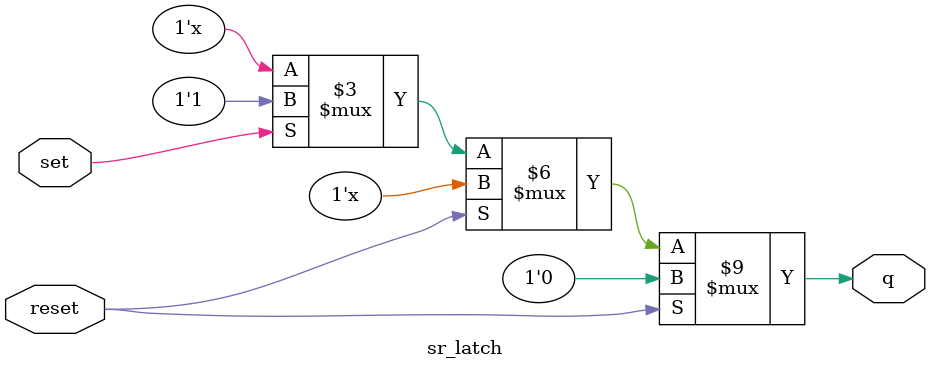
<source format=v>
`timescale 1ns / 1ps


// sr_latch.v
module sr_latch(
    input  wire set,
    input  wire reset,
    output reg  q
);
    always @(*) begin
        if (reset)
            q = 1'b0;
        else if (set)
            q = 1'b1;
    end
endmodule


</source>
